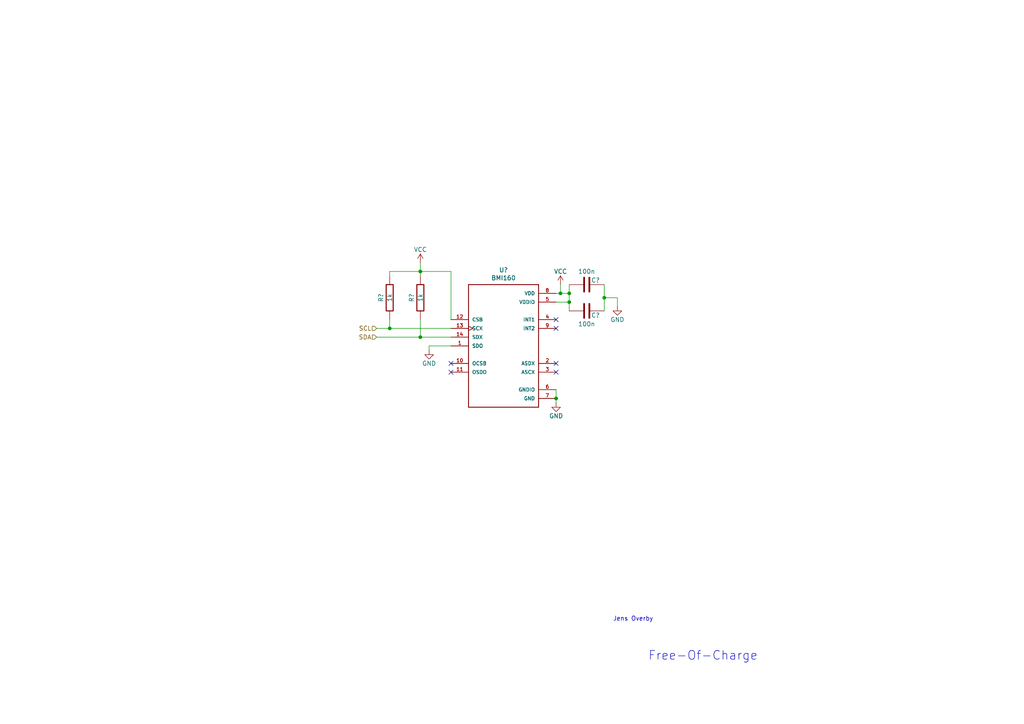
<source format=kicad_sch>
(kicad_sch (version 20211123) (generator eeschema)
  (paper "A4")
  (lib_symbols
    (symbol "BLDC_4-rescue:C-RESCUE-BLDC_4" (pin_numbers hide) (pin_names (offset 0.254))
      (property "Reference" "C" (at 0 2.54 0))
      (property "Value" "C-RESCUE-BLDC_4" (at 0.1524 -2.159 0))
      (symbol "C-RESCUE-BLDC_4_0_1"
        (polyline (pts (xy -2.032 -0.762) (xy 2.032 -0.762)) (stroke (width 0.508)))
        (polyline (pts (xy -2.032 0.762) (xy 2.032 0.762)) (stroke (width 0.508)))
      )
      (symbol "C-RESCUE-BLDC_4_1_1"
        (pin passive line (at 0 5.08 270) (length 4.318) (name "~") (number "1"))
        (pin passive line (at 0 -5.08 90) (length 4.318) (name "~") (number "2"))
      )
    )
    (symbol "BLDC_4-rescue:R-RESCUE-BLDC_4" (pin_numbers hide) (pin_names (offset 0))
      (property "Reference" "R" (at 2.032 0 90))
      (property "Value" "R-RESCUE-BLDC_4" (at 0.1778 0.0254 90))
      (symbol "R-RESCUE-BLDC_4_0_1"
        (rectangle (start -1.016 3.81) (end 1.016 -3.81) (stroke (width 0.3048)))
      )
      (symbol "R-RESCUE-BLDC_4_1_1"
        (pin passive line (at 0 6.35 270) (length 2.54) (name "~") (number "1"))
        (pin passive line (at 0 -6.35 90) (length 2.54) (name "~") (number "2"))
      )
    )
    (symbol "Cheap-FOCer-2-60mm-rescue:BMI160-IMU" (pin_names (offset 1.016))
      (property "Reference" "U" (at -10.16 18.415 0))
      (property "Value" "BMI160-IMU" (at -10.16 -20.32 0))
      (symbol "BMI160-IMU_0_0"
        (polyline (pts (xy -10.16 -17.78) (xy -10.16 17.78)) (stroke (width 0.254)))
        (polyline (pts (xy -10.16 17.78) (xy 10.16 17.78)) (stroke (width 0.254)))
        (polyline (pts (xy 10.16 -17.78) (xy -10.16 -17.78)) (stroke (width 0.254)))
        (polyline (pts (xy 10.16 17.78) (xy 10.16 -17.78)) (stroke (width 0.254)))
        (pin bidirectional line (at -15.24 0 0) (length 5.08) (name "SDO") (number "1"))
        (pin bidirectional line (at -15.24 -5.08 0) (length 5.08) (name "OCSB") (number "10"))
        (pin bidirectional line (at -15.24 -7.62 0) (length 5.08) (name "OSDO") (number "11"))
        (pin input line (at -15.24 7.62 0) (length 5.08) (name "CSB") (number "12"))
        (pin input clock (at -15.24 5.08 0) (length 5.08) (name "SCX") (number "13"))
        (pin bidirectional line (at -15.24 2.54 0) (length 5.08) (name "SDX") (number "14"))
        (pin bidirectional line (at 15.24 -5.08 180) (length 5.08) (name "ASDX") (number "2"))
        (pin output line (at 15.24 -7.62 180) (length 5.08) (name "ASCX") (number "3"))
        (pin bidirectional line (at 15.24 7.62 180) (length 5.08) (name "INT1") (number "4"))
        (pin power_in line (at 15.24 12.7 180) (length 5.08) (name "VDDIO") (number "5"))
        (pin power_in line (at 15.24 -12.7 180) (length 5.08) (name "GNDIO") (number "6"))
        (pin power_in line (at 15.24 -15.24 180) (length 5.08) (name "GND") (number "7"))
        (pin power_in line (at 15.24 15.24 180) (length 5.08) (name "VDD") (number "8"))
        (pin bidirectional line (at 15.24 5.08 180) (length 5.08) (name "INT2") (number "9"))
      )
    )
    (symbol "power:GND" (power) (pin_names (offset 0))
      (property "Value" "GND" (at 0 -3.81 0))
      (symbol "GND_0_1"
        (polyline (pts (xy 0 0) (xy 0 -1.27) (xy 1.27 -1.27) (xy 0 -2.54) (xy -1.27 -1.27) (xy 0 -1.27)))
      )
      (symbol "GND_1_1"
        (pin power_in line (at 0 0 270) (length 0) hide (name "GND") (number "1"))
      )
    )
    (symbol "power:VCC" (power) (pin_names (offset 0))
      (property "Value" "VCC" (at 0 3.81 0))
      (symbol "VCC_0_1"
        (polyline (pts (xy -0.762 1.27) (xy 0 2.54)))
        (polyline (pts (xy 0 0) (xy 0 2.54)))
        (polyline (pts (xy 0 2.54) (xy 0.762 1.27)))
      )
      (symbol "VCC_1_1"
        (pin power_in line (at 0 0 90) (length 0) hide (name "VCC") (number "1"))
      )
    )
  )
  (junction (at 121.92 78.74))
  (junction (at 161.29 115.57))
  (junction (at 165.1 85.09))
  (junction (at 113.03 95.25))
  (junction (at 175.26 86.36))
  (junction (at 162.56 85.09))
  (junction (at 165.1 87.63))
  (junction (at 121.92 97.79))
  (no_connect (at 130.81 105.41))
  (no_connect (at 161.29 92.71))
  (no_connect (at 161.29 107.95))
  (no_connect (at 161.29 105.41))
  (no_connect (at 161.29 95.25))
  (no_connect (at 130.81 107.95))
  (wire (pts (xy 161.29 85.09) (xy 162.56 85.09)))
  (wire (pts (xy 109.22 95.25) (xy 113.03 95.25)))
  (wire (pts (xy 121.92 92.71) (xy 121.92 97.79)))
  (wire (pts (xy 121.92 97.79) (xy 130.81 97.79)))
  (wire (pts (xy 130.81 95.25) (xy 113.03 95.25)))
  (wire (pts (xy 165.1 85.09) (xy 165.1 87.63)))
  (wire (pts (xy 121.92 78.74) (xy 121.92 76.2)))
  (wire (pts (xy 121.92 97.79) (xy 109.22 97.79)))
  (wire (pts (xy 175.26 82.55) (xy 175.26 86.36)))
  (wire (pts (xy 113.03 80.01) (xy 113.03 78.74)))
  (wire (pts (xy 113.03 78.74) (xy 121.92 78.74)))
  (wire (pts (xy 161.29 87.63) (xy 165.1 87.63)))
  (wire (pts (xy 162.56 82.55) (xy 162.56 85.09)))
  (wire (pts (xy 165.1 87.63) (xy 165.1 90.17)))
  (wire (pts (xy 124.46 100.33) (xy 124.46 101.6)))
  (wire (pts (xy 175.26 86.36) (xy 179.07 86.36)))
  (wire (pts (xy 161.29 113.03) (xy 161.29 115.57)))
  (wire (pts (xy 175.26 86.36) (xy 175.26 90.17)))
  (wire (pts (xy 121.92 78.74) (xy 130.81 78.74)))
  (wire (pts (xy 161.29 115.57) (xy 161.29 116.84)))
  (wire (pts (xy 162.56 85.09) (xy 165.1 85.09)))
  (wire (pts (xy 179.07 86.36) (xy 179.07 88.9)))
  (wire (pts (xy 165.1 82.55) (xy 165.1 85.09)))
  (wire (pts (xy 130.81 78.74) (xy 130.81 92.71)))
  (wire (pts (xy 130.81 100.33) (xy 124.46 100.33)))
  (wire (pts (xy 121.92 80.01) (xy 121.92 78.74)))
  (wire (pts (xy 113.03 95.25) (xy 113.03 92.71)))
  (text "Jens Overby" (at 177.8 180.34 0) (effects (font (size 1.27 1.27)) (justify left bottom)))
  (text "Free-Of-Charge" (at 187.96 191.77 0) (effects (font (size 2.54 2.54)) (justify left bottom)))
  (hierarchical_label "SCL" (shape input) (at 109.22 95.25 180))
  (hierarchical_label "SDA" (shape input) (at 109.22 97.79 180))
  (symbol (lib_id "power:GND") (at 161.29 116.84 0) (unit 1)
    (property "Reference" "#PWR?" (effects hide))
    (property "Value" "GND" (at 161.29 120.65 0))
  )
  (symbol (lib_id "Cheap-FOCer-2-60mm-rescue:BMI160-IMU") (at 146.05 100.33 0) (unit 1)
    (property "Reference" "U?" (at 146.05 78.3082 0))
    (property "Value" "BMI160" (at 146.05 80.6196 0))
    (property "Footprint" "Package_LGA:Bosch_LGA-14_3x2.5mm_P0.5mm" (effects hide))
    (property "Field4" "Bosch" (effects hide))
    (property "Field5" "Unavailable" (effects hide))
    (property "Field6" "LGA-14 Bosch" (effects hide))
    (property "Field7" "None" (effects hide))
    (property "Field8" "BMI160" (effects hide))
  )
  (symbol (lib_id "power:GND") (at 124.46 101.6 0) (unit 1)
    (property "Reference" "#PWR?" (effects hide))
    (property "Value" "GND" (at 124.46 105.41 0))
  )
  (symbol (lib_id "power:VCC") (at 162.56 82.55 0) (unit 1)
    (property "Reference" "#PWR?" (effects hide))
    (property "Value" "VCC" (at 162.56 78.74 0))
  )
  (symbol (lib_id "power:GND") (at 179.07 88.9 0) (unit 1)
    (property "Reference" "#PWR?" (effects hide))
    (property "Value" "GND" (at 179.07 92.71 0))
  )
  (symbol (lib_id "BLDC_4-rescue:C-RESCUE-BLDC_4") (at 170.18 82.55 270) (unit 1)
    (property "Reference" "C?" (at 171.45 81.28 90) (effects (justify left)))
    (property "Value" "100n" (at 167.64 78.74 90) (effects (justify left)))
    (property "Footprint" "Capacitor_SMD:C_0603_1608Metric" (effects hide))
  )
  (symbol (lib_id "BLDC_4-rescue:R-RESCUE-BLDC_4") (at 121.92 86.36 180) (unit 1)
    (property "Reference" "R?" (at 119.38 86.36 90))
    (property "Value" "1k" (at 121.92 86.36 90))
    (property "Footprint" "Resistor_SMD:R_0603_1608Metric" (effects hide))
  )
  (symbol (lib_id "BLDC_4-rescue:R-RESCUE-BLDC_4") (at 113.03 86.36 0) (unit 1)
    (property "Reference" "R?" (at 110.49 86.36 90))
    (property "Value" "1k" (at 113.03 86.36 90))
    (property "Footprint" "Resistor_SMD:R_0603_1608Metric" (effects hide))
  )
  (symbol (lib_id "power:VCC") (at 121.92 76.2 0) (unit 1)
    (property "Reference" "#PWR?" (effects hide))
    (property "Value" "VCC" (at 121.92 72.39 0))
  )
  (symbol (lib_id "BLDC_4-rescue:C-RESCUE-BLDC_4") (at 170.18 90.17 270) (unit 1)
    (property "Reference" "C?" (at 171.45 91.44 90) (effects (justify left)))
    (property "Value" "100n" (at 167.64 93.98 90) (effects (justify left)))
    (property "Footprint" "Capacitor_SMD:C_0603_1608Metric" (effects hide))
  )
)
</source>
